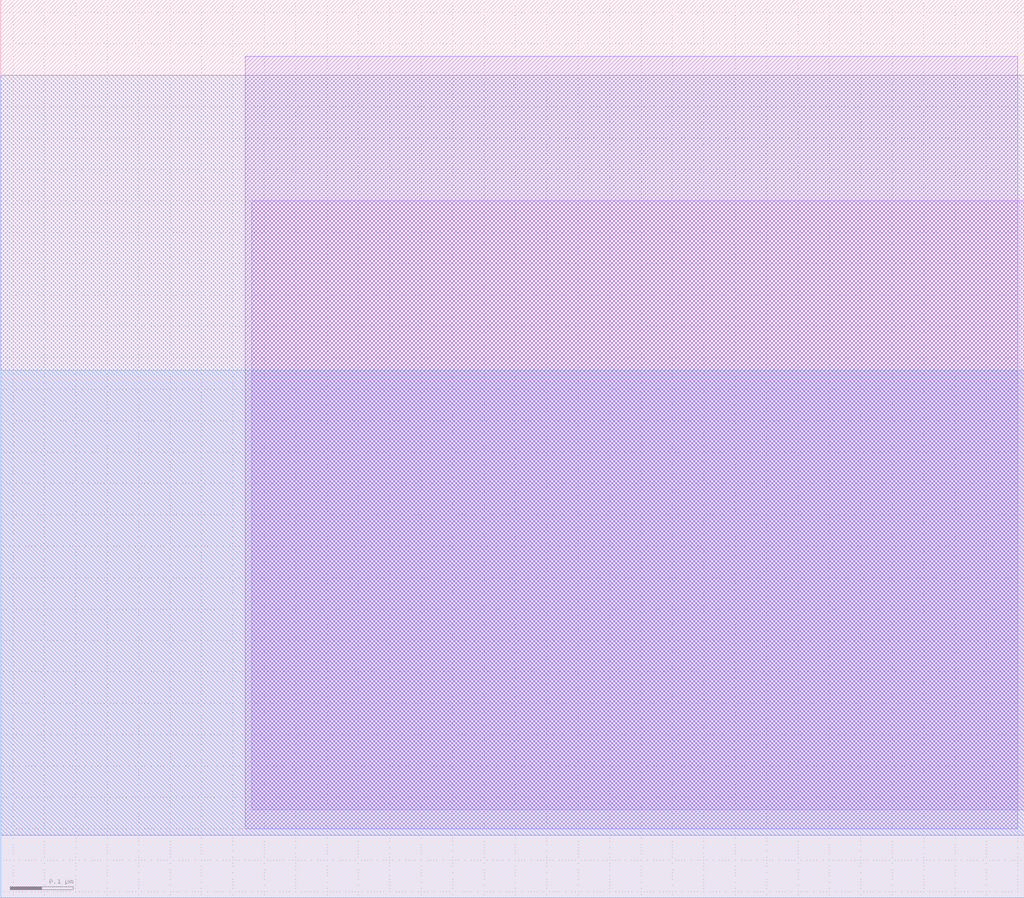
<source format=lef>
VERSION 5.7 ;
  NOWIREEXTENSIONATPIN ON ;
  DIVIDERCHAR "/" ;
  BUSBITCHARS "[]" ;
MACRO /home/bjmuld/work/hilas/fastlane/PDKs/sky130A_hilas/libs.ref/sky130_hilas_sc/mag/sky130_hilas_TgateSingle01Part2
  CLASS BLOCK ;
  FOREIGN /home/bjmuld/work/hilas/fastlane/PDKs/sky130A_hilas/libs.ref/sky130_hilas_sc/mag/sky130_hilas_TgateSingle01Part2 ;
  ORIGIN 0.670 1.810 ;
  SIZE 1.630 BY 1.430 ;
  OBS
      LAYER nwell ;
        RECT -0.670 -1.810 0.960 -0.970 ;
      LAYER li1 ;
        RECT -0.270 -1.670 0.960 -0.700 ;
      LAYER met1 ;
        RECT -0.280 -1.700 0.950 -0.470 ;
      LAYER met2 ;
        RECT -0.670 -1.710 0.960 -0.500 ;
  END
END /home/bjmuld/work/hilas/fastlane/PDKs/sky130A_hilas/libs.ref/sky130_hilas_sc/mag/sky130_hilas_TgateSingle01Part2
END LIBRARY


</source>
